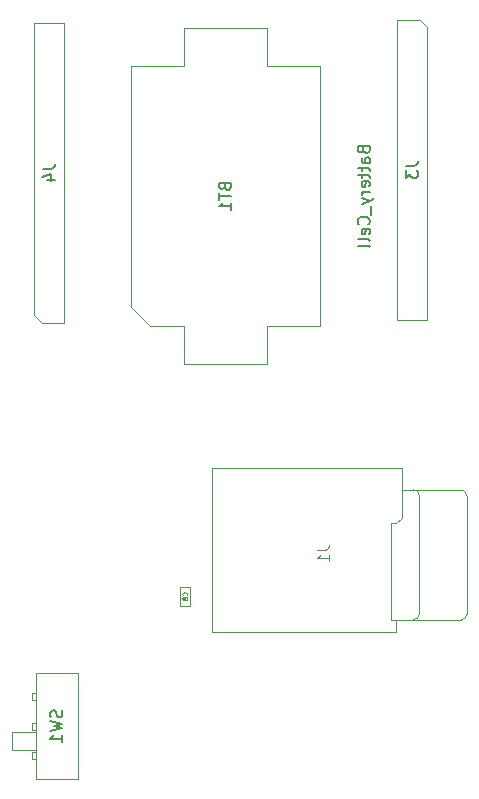
<source format=gbr>
%TF.GenerationSoftware,KiCad,Pcbnew,8.0.5-1.fc40*%
%TF.CreationDate,2024-10-05T09:08:48-05:00*%
%TF.ProjectId,PCB_ESP32,5043425f-4553-4503-9332-2e6b69636164,rev?*%
%TF.SameCoordinates,Original*%
%TF.FileFunction,AssemblyDrawing,Bot*%
%FSLAX46Y46*%
G04 Gerber Fmt 4.6, Leading zero omitted, Abs format (unit mm)*
G04 Created by KiCad (PCBNEW 8.0.5-1.fc40) date 2024-10-05 09:08:48*
%MOMM*%
%LPD*%
G01*
G04 APERTURE LIST*
%ADD10C,0.150000*%
%ADD11C,0.060000*%
%ADD12C,0.100000*%
G04 APERTURE END LIST*
D10*
X167484819Y-87201666D02*
X168199104Y-87201666D01*
X168199104Y-87201666D02*
X168341961Y-87154047D01*
X168341961Y-87154047D02*
X168437200Y-87058809D01*
X168437200Y-87058809D02*
X168484819Y-86915952D01*
X168484819Y-86915952D02*
X168484819Y-86820714D01*
X167484819Y-87582619D02*
X167484819Y-88201666D01*
X167484819Y-88201666D02*
X167865771Y-87868333D01*
X167865771Y-87868333D02*
X167865771Y-88011190D01*
X167865771Y-88011190D02*
X167913390Y-88106428D01*
X167913390Y-88106428D02*
X167961009Y-88154047D01*
X167961009Y-88154047D02*
X168056247Y-88201666D01*
X168056247Y-88201666D02*
X168294342Y-88201666D01*
X168294342Y-88201666D02*
X168389580Y-88154047D01*
X168389580Y-88154047D02*
X168437200Y-88106428D01*
X168437200Y-88106428D02*
X168484819Y-88011190D01*
X168484819Y-88011190D02*
X168484819Y-87725476D01*
X168484819Y-87725476D02*
X168437200Y-87630238D01*
X168437200Y-87630238D02*
X168389580Y-87582619D01*
D11*
X148923832Y-123553333D02*
X148942880Y-123534285D01*
X148942880Y-123534285D02*
X148961927Y-123477143D01*
X148961927Y-123477143D02*
X148961927Y-123439047D01*
X148961927Y-123439047D02*
X148942880Y-123381904D01*
X148942880Y-123381904D02*
X148904784Y-123343809D01*
X148904784Y-123343809D02*
X148866689Y-123324762D01*
X148866689Y-123324762D02*
X148790499Y-123305714D01*
X148790499Y-123305714D02*
X148733356Y-123305714D01*
X148733356Y-123305714D02*
X148657165Y-123324762D01*
X148657165Y-123324762D02*
X148619070Y-123343809D01*
X148619070Y-123343809D02*
X148580975Y-123381904D01*
X148580975Y-123381904D02*
X148561927Y-123439047D01*
X148561927Y-123439047D02*
X148561927Y-123477143D01*
X148561927Y-123477143D02*
X148580975Y-123534285D01*
X148580975Y-123534285D02*
X148600022Y-123553333D01*
X148733356Y-123781904D02*
X148714308Y-123743809D01*
X148714308Y-123743809D02*
X148695260Y-123724762D01*
X148695260Y-123724762D02*
X148657165Y-123705714D01*
X148657165Y-123705714D02*
X148638118Y-123705714D01*
X148638118Y-123705714D02*
X148600022Y-123724762D01*
X148600022Y-123724762D02*
X148580975Y-123743809D01*
X148580975Y-123743809D02*
X148561927Y-123781904D01*
X148561927Y-123781904D02*
X148561927Y-123858095D01*
X148561927Y-123858095D02*
X148580975Y-123896190D01*
X148580975Y-123896190D02*
X148600022Y-123915238D01*
X148600022Y-123915238D02*
X148638118Y-123934285D01*
X148638118Y-123934285D02*
X148657165Y-123934285D01*
X148657165Y-123934285D02*
X148695260Y-123915238D01*
X148695260Y-123915238D02*
X148714308Y-123896190D01*
X148714308Y-123896190D02*
X148733356Y-123858095D01*
X148733356Y-123858095D02*
X148733356Y-123781904D01*
X148733356Y-123781904D02*
X148752403Y-123743809D01*
X148752403Y-123743809D02*
X148771451Y-123724762D01*
X148771451Y-123724762D02*
X148809546Y-123705714D01*
X148809546Y-123705714D02*
X148885737Y-123705714D01*
X148885737Y-123705714D02*
X148923832Y-123724762D01*
X148923832Y-123724762D02*
X148942880Y-123743809D01*
X148942880Y-123743809D02*
X148961927Y-123781904D01*
X148961927Y-123781904D02*
X148961927Y-123858095D01*
X148961927Y-123858095D02*
X148942880Y-123896190D01*
X148942880Y-123896190D02*
X148923832Y-123915238D01*
X148923832Y-123915238D02*
X148885737Y-123934285D01*
X148885737Y-123934285D02*
X148809546Y-123934285D01*
X148809546Y-123934285D02*
X148771451Y-123915238D01*
X148771451Y-123915238D02*
X148752403Y-123896190D01*
X148752403Y-123896190D02*
X148733356Y-123858095D01*
D10*
X138337200Y-133306667D02*
X138384819Y-133449524D01*
X138384819Y-133449524D02*
X138384819Y-133687619D01*
X138384819Y-133687619D02*
X138337200Y-133782857D01*
X138337200Y-133782857D02*
X138289580Y-133830476D01*
X138289580Y-133830476D02*
X138194342Y-133878095D01*
X138194342Y-133878095D02*
X138099104Y-133878095D01*
X138099104Y-133878095D02*
X138003866Y-133830476D01*
X138003866Y-133830476D02*
X137956247Y-133782857D01*
X137956247Y-133782857D02*
X137908628Y-133687619D01*
X137908628Y-133687619D02*
X137861009Y-133497143D01*
X137861009Y-133497143D02*
X137813390Y-133401905D01*
X137813390Y-133401905D02*
X137765771Y-133354286D01*
X137765771Y-133354286D02*
X137670533Y-133306667D01*
X137670533Y-133306667D02*
X137575295Y-133306667D01*
X137575295Y-133306667D02*
X137480057Y-133354286D01*
X137480057Y-133354286D02*
X137432438Y-133401905D01*
X137432438Y-133401905D02*
X137384819Y-133497143D01*
X137384819Y-133497143D02*
X137384819Y-133735238D01*
X137384819Y-133735238D02*
X137432438Y-133878095D01*
X137384819Y-134211429D02*
X138384819Y-134449524D01*
X138384819Y-134449524D02*
X137670533Y-134640000D01*
X137670533Y-134640000D02*
X138384819Y-134830476D01*
X138384819Y-134830476D02*
X137384819Y-135068572D01*
X138384819Y-135973333D02*
X138384819Y-135401905D01*
X138384819Y-135687619D02*
X137384819Y-135687619D01*
X137384819Y-135687619D02*
X137527676Y-135592381D01*
X137527676Y-135592381D02*
X137622914Y-135497143D01*
X137622914Y-135497143D02*
X137670533Y-135401905D01*
D12*
X159937419Y-119686666D02*
X160651704Y-119686666D01*
X160651704Y-119686666D02*
X160794561Y-119639047D01*
X160794561Y-119639047D02*
X160889800Y-119543809D01*
X160889800Y-119543809D02*
X160937419Y-119400952D01*
X160937419Y-119400952D02*
X160937419Y-119305714D01*
X160937419Y-120686666D02*
X160937419Y-120115238D01*
X160937419Y-120400952D02*
X159937419Y-120400952D01*
X159937419Y-120400952D02*
X160080276Y-120305714D01*
X160080276Y-120305714D02*
X160175514Y-120210476D01*
X160175514Y-120210476D02*
X160223133Y-120115238D01*
D10*
X163881009Y-85845236D02*
X163928628Y-85988093D01*
X163928628Y-85988093D02*
X163976247Y-86035712D01*
X163976247Y-86035712D02*
X164071485Y-86083331D01*
X164071485Y-86083331D02*
X164214342Y-86083331D01*
X164214342Y-86083331D02*
X164309580Y-86035712D01*
X164309580Y-86035712D02*
X164357200Y-85988093D01*
X164357200Y-85988093D02*
X164404819Y-85892855D01*
X164404819Y-85892855D02*
X164404819Y-85511903D01*
X164404819Y-85511903D02*
X163404819Y-85511903D01*
X163404819Y-85511903D02*
X163404819Y-85845236D01*
X163404819Y-85845236D02*
X163452438Y-85940474D01*
X163452438Y-85940474D02*
X163500057Y-85988093D01*
X163500057Y-85988093D02*
X163595295Y-86035712D01*
X163595295Y-86035712D02*
X163690533Y-86035712D01*
X163690533Y-86035712D02*
X163785771Y-85988093D01*
X163785771Y-85988093D02*
X163833390Y-85940474D01*
X163833390Y-85940474D02*
X163881009Y-85845236D01*
X163881009Y-85845236D02*
X163881009Y-85511903D01*
X164404819Y-86940474D02*
X163881009Y-86940474D01*
X163881009Y-86940474D02*
X163785771Y-86892855D01*
X163785771Y-86892855D02*
X163738152Y-86797617D01*
X163738152Y-86797617D02*
X163738152Y-86607141D01*
X163738152Y-86607141D02*
X163785771Y-86511903D01*
X164357200Y-86940474D02*
X164404819Y-86845236D01*
X164404819Y-86845236D02*
X164404819Y-86607141D01*
X164404819Y-86607141D02*
X164357200Y-86511903D01*
X164357200Y-86511903D02*
X164261961Y-86464284D01*
X164261961Y-86464284D02*
X164166723Y-86464284D01*
X164166723Y-86464284D02*
X164071485Y-86511903D01*
X164071485Y-86511903D02*
X164023866Y-86607141D01*
X164023866Y-86607141D02*
X164023866Y-86845236D01*
X164023866Y-86845236D02*
X163976247Y-86940474D01*
X163738152Y-87273808D02*
X163738152Y-87654760D01*
X163404819Y-87416665D02*
X164261961Y-87416665D01*
X164261961Y-87416665D02*
X164357200Y-87464284D01*
X164357200Y-87464284D02*
X164404819Y-87559522D01*
X164404819Y-87559522D02*
X164404819Y-87654760D01*
X163738152Y-87845237D02*
X163738152Y-88226189D01*
X163404819Y-87988094D02*
X164261961Y-87988094D01*
X164261961Y-87988094D02*
X164357200Y-88035713D01*
X164357200Y-88035713D02*
X164404819Y-88130951D01*
X164404819Y-88130951D02*
X164404819Y-88226189D01*
X164357200Y-88940475D02*
X164404819Y-88845237D01*
X164404819Y-88845237D02*
X164404819Y-88654761D01*
X164404819Y-88654761D02*
X164357200Y-88559523D01*
X164357200Y-88559523D02*
X164261961Y-88511904D01*
X164261961Y-88511904D02*
X163881009Y-88511904D01*
X163881009Y-88511904D02*
X163785771Y-88559523D01*
X163785771Y-88559523D02*
X163738152Y-88654761D01*
X163738152Y-88654761D02*
X163738152Y-88845237D01*
X163738152Y-88845237D02*
X163785771Y-88940475D01*
X163785771Y-88940475D02*
X163881009Y-88988094D01*
X163881009Y-88988094D02*
X163976247Y-88988094D01*
X163976247Y-88988094D02*
X164071485Y-88511904D01*
X164404819Y-89416666D02*
X163738152Y-89416666D01*
X163928628Y-89416666D02*
X163833390Y-89464285D01*
X163833390Y-89464285D02*
X163785771Y-89511904D01*
X163785771Y-89511904D02*
X163738152Y-89607142D01*
X163738152Y-89607142D02*
X163738152Y-89702380D01*
X163738152Y-89940476D02*
X164404819Y-90178571D01*
X163738152Y-90416666D02*
X164404819Y-90178571D01*
X164404819Y-90178571D02*
X164642914Y-90083333D01*
X164642914Y-90083333D02*
X164690533Y-90035714D01*
X164690533Y-90035714D02*
X164738152Y-89940476D01*
X164500057Y-90559524D02*
X164500057Y-91321428D01*
X164309580Y-92130952D02*
X164357200Y-92083333D01*
X164357200Y-92083333D02*
X164404819Y-91940476D01*
X164404819Y-91940476D02*
X164404819Y-91845238D01*
X164404819Y-91845238D02*
X164357200Y-91702381D01*
X164357200Y-91702381D02*
X164261961Y-91607143D01*
X164261961Y-91607143D02*
X164166723Y-91559524D01*
X164166723Y-91559524D02*
X163976247Y-91511905D01*
X163976247Y-91511905D02*
X163833390Y-91511905D01*
X163833390Y-91511905D02*
X163642914Y-91559524D01*
X163642914Y-91559524D02*
X163547676Y-91607143D01*
X163547676Y-91607143D02*
X163452438Y-91702381D01*
X163452438Y-91702381D02*
X163404819Y-91845238D01*
X163404819Y-91845238D02*
X163404819Y-91940476D01*
X163404819Y-91940476D02*
X163452438Y-92083333D01*
X163452438Y-92083333D02*
X163500057Y-92130952D01*
X164357200Y-92940476D02*
X164404819Y-92845238D01*
X164404819Y-92845238D02*
X164404819Y-92654762D01*
X164404819Y-92654762D02*
X164357200Y-92559524D01*
X164357200Y-92559524D02*
X164261961Y-92511905D01*
X164261961Y-92511905D02*
X163881009Y-92511905D01*
X163881009Y-92511905D02*
X163785771Y-92559524D01*
X163785771Y-92559524D02*
X163738152Y-92654762D01*
X163738152Y-92654762D02*
X163738152Y-92845238D01*
X163738152Y-92845238D02*
X163785771Y-92940476D01*
X163785771Y-92940476D02*
X163881009Y-92988095D01*
X163881009Y-92988095D02*
X163976247Y-92988095D01*
X163976247Y-92988095D02*
X164071485Y-92511905D01*
X164404819Y-93559524D02*
X164357200Y-93464286D01*
X164357200Y-93464286D02*
X164261961Y-93416667D01*
X164261961Y-93416667D02*
X163404819Y-93416667D01*
X164404819Y-94083334D02*
X164357200Y-93988096D01*
X164357200Y-93988096D02*
X164261961Y-93940477D01*
X164261961Y-93940477D02*
X163404819Y-93940477D01*
X152131009Y-88964285D02*
X152178628Y-89107142D01*
X152178628Y-89107142D02*
X152226247Y-89154761D01*
X152226247Y-89154761D02*
X152321485Y-89202380D01*
X152321485Y-89202380D02*
X152464342Y-89202380D01*
X152464342Y-89202380D02*
X152559580Y-89154761D01*
X152559580Y-89154761D02*
X152607200Y-89107142D01*
X152607200Y-89107142D02*
X152654819Y-89011904D01*
X152654819Y-89011904D02*
X152654819Y-88630952D01*
X152654819Y-88630952D02*
X151654819Y-88630952D01*
X151654819Y-88630952D02*
X151654819Y-88964285D01*
X151654819Y-88964285D02*
X151702438Y-89059523D01*
X151702438Y-89059523D02*
X151750057Y-89107142D01*
X151750057Y-89107142D02*
X151845295Y-89154761D01*
X151845295Y-89154761D02*
X151940533Y-89154761D01*
X151940533Y-89154761D02*
X152035771Y-89107142D01*
X152035771Y-89107142D02*
X152083390Y-89059523D01*
X152083390Y-89059523D02*
X152131009Y-88964285D01*
X152131009Y-88964285D02*
X152131009Y-88630952D01*
X151654819Y-89488095D02*
X151654819Y-90059523D01*
X152654819Y-89773809D02*
X151654819Y-89773809D01*
X152654819Y-90916666D02*
X152654819Y-90345238D01*
X152654819Y-90630952D02*
X151654819Y-90630952D01*
X151654819Y-90630952D02*
X151797676Y-90535714D01*
X151797676Y-90535714D02*
X151892914Y-90440476D01*
X151892914Y-90440476D02*
X151940533Y-90345238D01*
X136744819Y-87451666D02*
X137459104Y-87451666D01*
X137459104Y-87451666D02*
X137601961Y-87404047D01*
X137601961Y-87404047D02*
X137697200Y-87308809D01*
X137697200Y-87308809D02*
X137744819Y-87165952D01*
X137744819Y-87165952D02*
X137744819Y-87070714D01*
X137078152Y-88356428D02*
X137744819Y-88356428D01*
X136697200Y-88118333D02*
X137411485Y-87880238D01*
X137411485Y-87880238D02*
X137411485Y-88499285D01*
D12*
%TO.C,J3*%
X166760000Y-74835000D02*
X168665000Y-74835000D01*
X166760000Y-100235000D02*
X166760000Y-74835000D01*
X168665000Y-74835000D02*
X169300000Y-75470000D01*
X169300000Y-75470000D02*
X169300000Y-100235000D01*
X169300000Y-100235000D02*
X166760000Y-100235000D01*
%TO.C,C8*%
X148380000Y-122820000D02*
X149180000Y-122820000D01*
X148380000Y-124420000D02*
X148380000Y-122820000D01*
X149180000Y-122820000D02*
X149180000Y-124420000D01*
X149180000Y-124420000D02*
X148380000Y-124420000D01*
%TO.C,SW1*%
X134130000Y-135140000D02*
X136130000Y-135140000D01*
X134130000Y-136640000D02*
X134130000Y-135140000D01*
X135830000Y-131840000D02*
X135830000Y-132440000D01*
X135830000Y-132440000D02*
X136130000Y-132440000D01*
X135830000Y-134340000D02*
X136130000Y-134340000D01*
X135830000Y-134940000D02*
X135830000Y-134340000D01*
X135830000Y-136840000D02*
X136130000Y-136840000D01*
X135830000Y-137440000D02*
X135830000Y-136840000D01*
X136130000Y-130140000D02*
X139730000Y-130140000D01*
X136130000Y-131840000D02*
X135830000Y-131840000D01*
X136130000Y-134940000D02*
X135830000Y-134940000D01*
X136130000Y-136640000D02*
X134130000Y-136640000D01*
X136130000Y-137440000D02*
X135830000Y-137440000D01*
X136130000Y-139140000D02*
X136130000Y-130140000D01*
X136130000Y-139140000D02*
X139730000Y-139140000D01*
X139730000Y-130140000D02*
X139730000Y-139140000D01*
%TO.C,J1*%
X151080000Y-112770000D02*
X167130000Y-112770000D01*
X151080000Y-126620000D02*
X151080000Y-112770000D01*
X151080000Y-126620000D02*
X166630000Y-126620000D01*
X166180000Y-125620000D02*
X166180000Y-117470000D01*
X166180000Y-125620000D02*
X172130000Y-125620000D01*
X166630000Y-117470000D02*
X166180000Y-117470000D01*
X166630000Y-125620000D02*
X166630000Y-126620000D01*
X167130000Y-116970000D02*
X166630000Y-117470000D01*
X167130000Y-116970000D02*
X167130000Y-112770000D01*
X168630000Y-125120000D02*
X168630000Y-115120000D01*
X172130000Y-114620000D02*
X167130000Y-114620000D01*
X172630000Y-125120000D02*
X172630000Y-115120000D01*
X168130000Y-114620000D02*
G75*
G02*
X168630000Y-115120000I-1J-500001D01*
G01*
X168630000Y-125120000D02*
G75*
G02*
X168130000Y-125620000I-500000J0D01*
G01*
X172130000Y-114620000D02*
G75*
G02*
X172630000Y-115120000I-1J-500001D01*
G01*
X172630000Y-125120000D02*
G75*
G02*
X172130000Y-125620000I-500000J0D01*
G01*
%TO.C,BT1*%
X144200000Y-99150000D02*
X144200000Y-78750000D01*
X145800000Y-100750000D02*
X144200000Y-99150000D01*
X148700000Y-75550000D02*
X148700000Y-78750000D01*
X148700000Y-78750000D02*
X144200000Y-78750000D01*
X148700000Y-100750000D02*
X145800000Y-100750000D01*
X148700000Y-103950000D02*
X148700000Y-100750000D01*
X155700000Y-75550000D02*
X148700000Y-75550000D01*
X155700000Y-78750000D02*
X155700000Y-75550000D01*
X155700000Y-78750000D02*
X160200000Y-78750000D01*
X155700000Y-100750000D02*
X155700000Y-103950000D01*
X155700000Y-100750000D02*
X160200000Y-100750000D01*
X155700000Y-103950000D02*
X148700000Y-103950000D01*
X160200000Y-100750000D02*
X160200000Y-78750000D01*
%TO.C,J4*%
X136020000Y-75085000D02*
X138560000Y-75085000D01*
X136020000Y-99850000D02*
X136020000Y-75085000D01*
X136655000Y-100485000D02*
X136020000Y-99850000D01*
X138560000Y-75085000D02*
X138560000Y-100485000D01*
X138560000Y-100485000D02*
X136655000Y-100485000D01*
%TD*%
M02*

</source>
